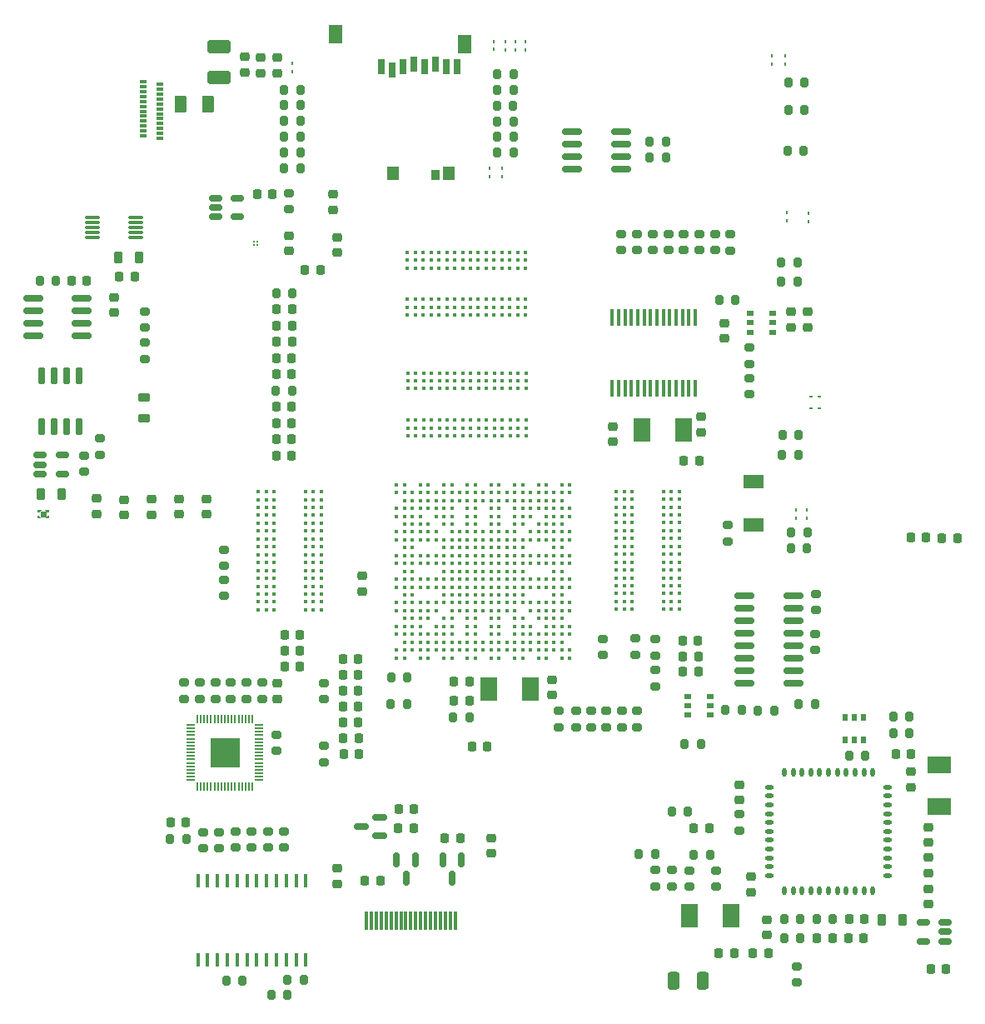
<source format=gtp>
%TF.GenerationSoftware,KiCad,Pcbnew,(6.99.0-1585-g9fcc641808)*%
%TF.CreationDate,2022-04-15T11:00:37+08:00*%
%TF.ProjectId,RaspberryPi,52617370-6265-4727-9279-50692e6b6963,rev?*%
%TF.SameCoordinates,Original*%
%TF.FileFunction,Paste,Top*%
%TF.FilePolarity,Positive*%
%FSLAX46Y46*%
G04 Gerber Fmt 4.6, Leading zero omitted, Abs format (unit mm)*
G04 Created by KiCad (PCBNEW (6.99.0-1585-g9fcc641808)) date 2022-04-15 11:00:37*
%MOMM*%
%LPD*%
G01*
G04 APERTURE LIST*
G04 Aperture macros list*
%AMRoundRect*
0 Rectangle with rounded corners*
0 $1 Rounding radius*
0 $2 $3 $4 $5 $6 $7 $8 $9 X,Y pos of 4 corners*
0 Add a 4 corners polygon primitive as box body*
4,1,4,$2,$3,$4,$5,$6,$7,$8,$9,$2,$3,0*
0 Add four circle primitives for the rounded corners*
1,1,$1+$1,$2,$3*
1,1,$1+$1,$4,$5*
1,1,$1+$1,$6,$7*
1,1,$1+$1,$8,$9*
0 Add four rect primitives between the rounded corners*
20,1,$1+$1,$2,$3,$4,$5,0*
20,1,$1+$1,$4,$5,$6,$7,0*
20,1,$1+$1,$6,$7,$8,$9,0*
20,1,$1+$1,$8,$9,$2,$3,0*%
G04 Aperture macros list end*
%ADD10C,0.010000*%
%ADD11RoundRect,0.200000X0.275000X-0.200000X0.275000X0.200000X-0.275000X0.200000X-0.275000X-0.200000X0*%
%ADD12RoundRect,0.003400X0.416600X0.081600X-0.416600X0.081600X-0.416600X-0.081600X0.416600X-0.081600X0*%
%ADD13RoundRect,0.003400X0.081600X-0.416600X0.081600X0.416600X-0.081600X0.416600X-0.081600X-0.416600X0*%
%ADD14RoundRect,0.200000X0.200000X0.275000X-0.200000X0.275000X-0.200000X-0.275000X0.200000X-0.275000X0*%
%ADD15R,0.250000X0.360000*%
%ADD16C,0.400000*%
%ADD17RoundRect,0.200000X-0.200000X-0.275000X0.200000X-0.275000X0.200000X0.275000X-0.200000X0.275000X0*%
%ADD18RoundRect,0.225000X-0.225000X-0.250000X0.225000X-0.250000X0.225000X0.250000X-0.225000X0.250000X0*%
%ADD19R,1.800000X2.400000*%
%ADD20RoundRect,0.150000X0.825000X0.150000X-0.825000X0.150000X-0.825000X-0.150000X0.825000X-0.150000X0*%
%ADD21RoundRect,0.150000X-0.825000X-0.150000X0.825000X-0.150000X0.825000X0.150000X-0.825000X0.150000X0*%
%ADD22R,0.700000X0.510000*%
%ADD23R,0.510000X0.700000*%
%ADD24R,0.380000X1.350000*%
%ADD25R,0.450000X1.750000*%
%ADD26RoundRect,0.200000X-0.275000X0.200000X-0.275000X-0.200000X0.275000X-0.200000X0.275000X0.200000X0*%
%ADD27RoundRect,0.225000X0.250000X-0.225000X0.250000X0.225000X-0.250000X0.225000X-0.250000X-0.225000X0*%
%ADD28RoundRect,0.225000X0.225000X0.250000X-0.225000X0.250000X-0.225000X-0.250000X0.225000X-0.250000X0*%
%ADD29RoundRect,0.225000X-0.250000X0.225000X-0.250000X-0.225000X0.250000X-0.225000X0.250000X0.225000X0*%
%ADD30R,0.800000X1.500000*%
%ADD31R,1.400000X1.900000*%
%ADD32R,1.300000X1.400000*%
%ADD33R,0.950000X1.000000*%
%ADD34R,2.100000X1.400000*%
%ADD35R,0.360000X0.250000*%
%ADD36RoundRect,0.150000X-0.150000X0.725000X-0.150000X-0.725000X0.150000X-0.725000X0.150000X0.725000X0*%
%ADD37RoundRect,0.250000X0.350000X0.650000X-0.350000X0.650000X-0.350000X-0.650000X0.350000X-0.650000X0*%
%ADD38RoundRect,0.150000X-0.512500X-0.150000X0.512500X-0.150000X0.512500X0.150000X-0.512500X0.150000X0*%
%ADD39RoundRect,0.218750X0.218750X0.381250X-0.218750X0.381250X-0.218750X-0.381250X0.218750X-0.381250X0*%
%ADD40RoundRect,0.150000X-0.150000X0.587500X-0.150000X-0.587500X0.150000X-0.587500X0.150000X0.587500X0*%
%ADD41R,0.700000X0.300000*%
%ADD42RoundRect,0.075000X-0.650000X-0.075000X0.650000X-0.075000X0.650000X0.075000X-0.650000X0.075000X0*%
%ADD43R,0.300000X1.900000*%
%ADD44RoundRect,0.250000X0.925000X-0.412500X0.925000X0.412500X-0.925000X0.412500X-0.925000X-0.412500X0*%
%ADD45RoundRect,0.150000X0.512500X0.150000X-0.512500X0.150000X-0.512500X-0.150000X0.512500X-0.150000X0*%
%ADD46C,0.200000*%
%ADD47RoundRect,0.250000X-0.375000X-0.625000X0.375000X-0.625000X0.375000X0.625000X-0.375000X0.625000X0*%
%ADD48RoundRect,0.218750X-0.218750X-0.381250X0.218750X-0.381250X0.218750X0.381250X-0.218750X0.381250X0*%
%ADD49RoundRect,0.218750X0.381250X-0.218750X0.381250X0.218750X-0.381250X0.218750X-0.381250X-0.218750X0*%
%ADD50O,0.875000X0.500000*%
%ADD51O,0.500000X0.875000*%
%ADD52RoundRect,0.150000X0.587500X0.150000X-0.587500X0.150000X-0.587500X-0.150000X0.587500X-0.150000X0*%
%ADD53R,2.400000X1.800000*%
G04 APERTURE END LIST*
%TO.C,U20*%
G36*
X106570230Y-125400230D02*
G01*
X103753000Y-125400230D01*
X103753000Y-122583000D01*
X106570230Y-122583000D01*
X106570230Y-125400230D01*
G37*
D10*
X106570230Y-125400230D02*
X103753000Y-125400230D01*
X103753000Y-122583000D01*
X106570230Y-122583000D01*
X106570230Y-125400230D01*
%TO.C,U8*%
G36*
X86964984Y-100005000D02*
G01*
X86481800Y-100005000D01*
X86481800Y-99521816D01*
X86964984Y-99521816D01*
X86964984Y-100005000D01*
G37*
X86964984Y-100005000D02*
X86481800Y-100005000D01*
X86481800Y-99521816D01*
X86964984Y-99521816D01*
X86964984Y-100005000D01*
G36*
X87331800Y-100195000D02*
G01*
X86906800Y-100195000D01*
X86906800Y-100165000D01*
X87151800Y-99915000D01*
X87331800Y-99915000D01*
X87331800Y-100195000D01*
G37*
G36*
X87331800Y-99615000D02*
G01*
X87151800Y-99615000D01*
X86906800Y-99365000D01*
X86906800Y-99335000D01*
X87331800Y-99335000D01*
X87331800Y-99615000D01*
G37*
G36*
X86536800Y-100165000D02*
G01*
X86536800Y-100195000D01*
X86111800Y-100195000D01*
X86111800Y-99915000D01*
X86291800Y-99915000D01*
X86536800Y-100165000D01*
G37*
G36*
X86536800Y-99365000D02*
G01*
X86291800Y-99615000D01*
X86111800Y-99615000D01*
X86111800Y-99335000D01*
X86536800Y-99335000D01*
X86536800Y-99365000D01*
G37*
%TD*%
D11*
%TO.C,R70*%
X158510000Y-87605000D03*
X158510000Y-85955000D03*
%TD*%
%TO.C,R71*%
X158521450Y-82868550D03*
X158521450Y-84518550D03*
%TD*%
D12*
%TO.C,U20*%
X108595000Y-126790000D03*
X108595000Y-126440000D03*
X108595000Y-126090000D03*
X108595000Y-125740000D03*
X108595000Y-125390000D03*
X108595000Y-125040000D03*
X108595000Y-124690000D03*
X108595000Y-124340000D03*
X108595000Y-123990000D03*
X108595000Y-123640000D03*
X108595000Y-123290000D03*
X108595000Y-122940000D03*
X108595000Y-122590000D03*
X108595000Y-122240000D03*
X108595000Y-121890000D03*
X108595000Y-121540000D03*
X108595000Y-121190000D03*
X101725000Y-121190000D03*
X101725000Y-121540000D03*
X101725000Y-121890000D03*
X101725000Y-122240000D03*
X101725000Y-122590000D03*
X101725000Y-122940000D03*
X101725000Y-123290000D03*
X101725000Y-123640000D03*
X101725000Y-123990000D03*
X101725000Y-124340000D03*
X101725000Y-124690000D03*
X101725000Y-125040000D03*
X101725000Y-125390000D03*
X101725000Y-125740000D03*
X101725000Y-126090000D03*
X101725000Y-126440000D03*
X101725000Y-126790000D03*
D13*
X102360000Y-127425000D03*
X102710000Y-127425000D03*
X103060000Y-127425000D03*
X103410000Y-127425000D03*
X103760000Y-127425000D03*
X104110000Y-127425000D03*
X104460000Y-127425000D03*
X104810000Y-127425000D03*
X105160000Y-127425000D03*
X105510000Y-127425000D03*
X105860000Y-127425000D03*
X106210000Y-127425000D03*
X106560000Y-127425000D03*
X106910000Y-127425000D03*
X107260000Y-127425000D03*
X107610000Y-127425000D03*
X107960000Y-127425000D03*
X107960000Y-120555000D03*
X107610000Y-120555000D03*
X107260000Y-120555000D03*
X106910000Y-120555000D03*
X106560000Y-120555000D03*
X106210000Y-120555000D03*
X105860000Y-120555000D03*
X105510000Y-120555000D03*
X105160000Y-120555000D03*
X104810000Y-120555000D03*
X104460000Y-120555000D03*
X104110000Y-120555000D03*
X103760000Y-120555000D03*
X103410000Y-120555000D03*
X103060000Y-120555000D03*
X102710000Y-120555000D03*
X102360000Y-120555000D03*
%TD*%
D14*
%TO.C,R60*%
X130025000Y-120455000D03*
X128375000Y-120455000D03*
%TD*%
D15*
%TO.C,D14*%
X162099999Y-53222499D03*
X162099999Y-54062499D03*
%TD*%
D16*
%TO.C,U3*%
X144970000Y-97450000D03*
X145770000Y-97450000D03*
X146570000Y-97450000D03*
X149770000Y-97450000D03*
X150570000Y-97450000D03*
X151370000Y-97450000D03*
X144970000Y-98250000D03*
X145770000Y-98250000D03*
X146570000Y-98250000D03*
X149770000Y-98250000D03*
X150570000Y-98250000D03*
X151370000Y-98250000D03*
X144970000Y-99050000D03*
X145770000Y-99050000D03*
X146570000Y-99050000D03*
X149770000Y-99050000D03*
X150570000Y-99050000D03*
X151370000Y-99050000D03*
X144970000Y-99850000D03*
X145770000Y-99850000D03*
X146570000Y-99850000D03*
X149770000Y-99850000D03*
X150570000Y-99850000D03*
X151370000Y-99850000D03*
X144970000Y-100650000D03*
X145770000Y-100650000D03*
X146570000Y-100650000D03*
X149770000Y-100650000D03*
X150570000Y-100650000D03*
X151370000Y-100650000D03*
X144970000Y-101450000D03*
X145770000Y-101450000D03*
X146570000Y-101450000D03*
X149770000Y-101450000D03*
X150570000Y-101450000D03*
X151370000Y-101450000D03*
X144970000Y-102250000D03*
X145770000Y-102250000D03*
X146570000Y-102250000D03*
X149770000Y-102250000D03*
X150570000Y-102250000D03*
X151370000Y-102250000D03*
X144970000Y-103050000D03*
X145770000Y-103050000D03*
X146570000Y-103050000D03*
X149770000Y-103050000D03*
X150570000Y-103050000D03*
X151370000Y-103050000D03*
X144970000Y-103850000D03*
X145770000Y-103850000D03*
X146570000Y-103850000D03*
X149770000Y-103850000D03*
X150570000Y-103850000D03*
X151370000Y-103850000D03*
X144970000Y-104650000D03*
X145770000Y-104650000D03*
X146570000Y-104650000D03*
X149770000Y-104650000D03*
X150570000Y-104650000D03*
X151370000Y-104650000D03*
X144970000Y-105450000D03*
X145770000Y-105450000D03*
X146570000Y-105450000D03*
X149770000Y-105450000D03*
X150570000Y-105450000D03*
X151370000Y-105450000D03*
X144970000Y-106250000D03*
X145770000Y-106250000D03*
X146570000Y-106250000D03*
X149770000Y-106250000D03*
X150570000Y-106250000D03*
X151370000Y-106250000D03*
X144970000Y-107050000D03*
X145770000Y-107050000D03*
X146570000Y-107050000D03*
X149770000Y-107050000D03*
X150570000Y-107050000D03*
X151370000Y-107050000D03*
X144970000Y-107850000D03*
X145770000Y-107850000D03*
X146570000Y-107850000D03*
X149770000Y-107850000D03*
X150570000Y-107850000D03*
X151370000Y-107850000D03*
X144970000Y-108650000D03*
X145770000Y-108650000D03*
X146570000Y-108650000D03*
X149770000Y-108650000D03*
X150570000Y-108650000D03*
X151370000Y-108650000D03*
X144970000Y-109450000D03*
X145770000Y-109450000D03*
X146570000Y-109450000D03*
X149770000Y-109450000D03*
X150570000Y-109450000D03*
X151370000Y-109450000D03*
%TD*%
D17*
%TO.C,R9*%
X111175000Y-56640000D03*
X112825000Y-56640000D03*
%TD*%
%TO.C,R8*%
X111175000Y-58230000D03*
X112825000Y-58230000D03*
%TD*%
%TO.C,R7*%
X111175000Y-59820000D03*
X112825000Y-59820000D03*
%TD*%
%TO.C,R4*%
X111175000Y-63020000D03*
X112825000Y-63020000D03*
%TD*%
%TO.C,R3*%
X111175000Y-64620000D03*
X112825000Y-64620000D03*
%TD*%
%TO.C,R5*%
X111185000Y-61430000D03*
X112835000Y-61430000D03*
%TD*%
D14*
%TO.C,R57*%
X132855000Y-56640000D03*
X134505000Y-56640000D03*
%TD*%
D11*
%TO.C,R13*%
X157490000Y-131925000D03*
X157490000Y-130275000D03*
%TD*%
%TO.C,R15*%
X150620000Y-137575000D03*
X150620000Y-135925000D03*
%TD*%
%TO.C,R16*%
X148900000Y-137575000D03*
X148900000Y-135925000D03*
%TD*%
D14*
%TO.C,R18*%
X152270000Y-129980000D03*
X150620000Y-129980000D03*
%TD*%
%TO.C,R17*%
X148895000Y-134330000D03*
X147245000Y-134330000D03*
%TD*%
D18*
%TO.C,C21*%
X110425000Y-80610000D03*
X111975000Y-80610000D03*
%TD*%
D19*
%TO.C,Y3*%
X151799999Y-91247499D03*
X147599999Y-91247499D03*
%TD*%
D20*
%TO.C,U31*%
X162945000Y-116915000D03*
X162945000Y-115645000D03*
X162945000Y-114375000D03*
X162945000Y-113105000D03*
X162945000Y-111835000D03*
X162945000Y-110565000D03*
X162945000Y-109295000D03*
X162945000Y-108025000D03*
X157995000Y-108025000D03*
X157995000Y-109295000D03*
X157995000Y-110565000D03*
X157995000Y-111835000D03*
X157995000Y-113105000D03*
X157995000Y-114375000D03*
X157995000Y-115645000D03*
X157995000Y-116915000D03*
%TD*%
D21*
%TO.C,U30*%
X145440000Y-60920000D03*
X145440000Y-62190000D03*
X145440000Y-63460000D03*
X145440000Y-64730000D03*
X140490000Y-64730000D03*
X140490000Y-63460000D03*
X140490000Y-62190000D03*
X140490000Y-60920000D03*
%TD*%
D22*
%TO.C,U28*%
X160899999Y-79379999D03*
X160899999Y-80329999D03*
X160899999Y-81279999D03*
X158579999Y-81279999D03*
X158579999Y-80329999D03*
X158579999Y-79379999D03*
%TD*%
D23*
%TO.C,U27*%
X168229999Y-120419999D03*
X169179999Y-120419999D03*
X170129999Y-120419999D03*
X170129999Y-122739999D03*
X169179999Y-122739999D03*
X168229999Y-122739999D03*
%TD*%
D24*
%TO.C,U25*%
X113409999Y-145039999D03*
X112409999Y-145039999D03*
X111409999Y-145039999D03*
X110409999Y-145039999D03*
X109409999Y-145039999D03*
X108409999Y-145039999D03*
X107409999Y-145039999D03*
X106409999Y-145039999D03*
X105409999Y-145039999D03*
X104409999Y-145039999D03*
X103409999Y-145039999D03*
X102409999Y-145039999D03*
X102409999Y-137039999D03*
X103409999Y-137039999D03*
X104409999Y-137039999D03*
X105409999Y-137039999D03*
X106409999Y-137039999D03*
X107409999Y-137039999D03*
X108409999Y-137039999D03*
X109409999Y-137039999D03*
X110409999Y-137039999D03*
X111409999Y-137039999D03*
X112409999Y-137039999D03*
X113409999Y-137039999D03*
%TD*%
D25*
%TO.C,U21*%
X144554999Y-79809999D03*
X145204999Y-79809999D03*
X145854999Y-79809999D03*
X146504999Y-79809999D03*
X147154999Y-79809999D03*
X147804999Y-79809999D03*
X148454999Y-79809999D03*
X149104999Y-79809999D03*
X149754999Y-79809999D03*
X150404999Y-79809999D03*
X151054999Y-79809999D03*
X151704999Y-79809999D03*
X152354999Y-79809999D03*
X153004999Y-79809999D03*
X153004999Y-87009999D03*
X152354999Y-87009999D03*
X151704999Y-87009999D03*
X151054999Y-87009999D03*
X150404999Y-87009999D03*
X149754999Y-87009999D03*
X149104999Y-87009999D03*
X148454999Y-87009999D03*
X147804999Y-87009999D03*
X147154999Y-87009999D03*
X146504999Y-87009999D03*
X145854999Y-87009999D03*
X145204999Y-87009999D03*
X144554999Y-87009999D03*
%TD*%
D11*
%TO.C,R103*%
X145480000Y-72965000D03*
X145480000Y-71315000D03*
%TD*%
D14*
%TO.C,R102*%
X149995001Y-63559995D03*
X148345000Y-63560000D03*
%TD*%
%TO.C,R101*%
X149999000Y-61880000D03*
X148349000Y-61880000D03*
%TD*%
%TO.C,R100*%
X164375000Y-103250000D03*
X162725000Y-103250000D03*
%TD*%
%TO.C,R99*%
X164115000Y-58720000D03*
X162465000Y-58720000D03*
%TD*%
%TO.C,R98*%
X164385000Y-101660000D03*
X162735000Y-101660000D03*
%TD*%
%TO.C,R97*%
X163385000Y-76170000D03*
X161735000Y-76170000D03*
%TD*%
%TO.C,R96*%
X164115000Y-55950000D03*
X162465000Y-55950000D03*
%TD*%
%TO.C,R95*%
X163375000Y-74170000D03*
X161725000Y-74170000D03*
%TD*%
D17*
%TO.C,R87*%
X155450000Y-77980000D03*
X157100000Y-77980000D03*
%TD*%
%TO.C,R86*%
X168625000Y-124290000D03*
X170275000Y-124290000D03*
%TD*%
D14*
%TO.C,R85*%
X123695000Y-119070000D03*
X122045000Y-119070000D03*
%TD*%
D26*
%TO.C,R84*%
X140890000Y-119775000D03*
X140890000Y-121425000D03*
%TD*%
%TO.C,R83*%
X142440000Y-119790000D03*
X142440000Y-121440000D03*
%TD*%
%TO.C,R82*%
X143970000Y-119790000D03*
X143970000Y-121440000D03*
%TD*%
%TO.C,R81*%
X145540000Y-119780000D03*
X145540000Y-121430000D03*
%TD*%
%TO.C,R80*%
X147080000Y-119780000D03*
X147080000Y-121430000D03*
%TD*%
D11*
%TO.C,R78*%
X115260000Y-118565000D03*
X115260000Y-116915000D03*
%TD*%
D14*
%TO.C,R68*%
X101245000Y-132820000D03*
X99595000Y-132820000D03*
%TD*%
%TO.C,R67*%
X105315000Y-147160000D03*
X106965000Y-147160000D03*
%TD*%
%TO.C,R66*%
X111535000Y-148630000D03*
X109885000Y-148630000D03*
%TD*%
D17*
%TO.C,R65*%
X111545000Y-147090000D03*
X113195000Y-147090000D03*
%TD*%
D18*
%TO.C,R64*%
X122835000Y-129780000D03*
X124385000Y-129780000D03*
%TD*%
D27*
%TO.C,R63*%
X132270000Y-134215000D03*
X132270000Y-132665000D03*
%TD*%
D18*
%TO.C,R62*%
X127545000Y-132730000D03*
X129095000Y-132730000D03*
%TD*%
D14*
%TO.C,R61*%
X153555000Y-123160000D03*
X151905000Y-123160000D03*
%TD*%
%TO.C,R59*%
X134505000Y-59860000D03*
X132855000Y-59860000D03*
%TD*%
%TO.C,R58*%
X134495000Y-58260000D03*
X132845000Y-58260000D03*
%TD*%
%TO.C,R56*%
X134515000Y-62990000D03*
X132865000Y-62990000D03*
%TD*%
%TO.C,R55*%
X134515000Y-55060000D03*
X132865000Y-55060000D03*
%TD*%
%TO.C,R54*%
X163485000Y-93740000D03*
X161835000Y-93740000D03*
%TD*%
%TO.C,R53*%
X163495000Y-91750000D03*
X161845000Y-91750000D03*
%TD*%
%TO.C,R52*%
X132865000Y-61430000D03*
X134515000Y-61430000D03*
%TD*%
D26*
%TO.C,R51*%
X148950000Y-112485000D03*
X148950000Y-114135000D03*
%TD*%
%TO.C,R50*%
X148960000Y-115625000D03*
X148960002Y-117275000D03*
%TD*%
D11*
%TO.C,R49*%
X110430003Y-122165002D03*
X110430000Y-123815000D03*
%TD*%
%TO.C,R48*%
X108940000Y-118545000D03*
X108940000Y-116895000D03*
%TD*%
%TO.C,R47*%
X107370000Y-118545000D03*
X107370000Y-116895000D03*
%TD*%
%TO.C,R46*%
X105790000Y-118545000D03*
X105790000Y-116895000D03*
%TD*%
%TO.C,R45*%
X104200000Y-118555000D03*
X104200000Y-116905000D03*
%TD*%
%TO.C,R44*%
X102590000Y-118555000D03*
X102590000Y-116905000D03*
%TD*%
%TO.C,R43*%
X100980000Y-118525000D03*
X100980000Y-116875000D03*
%TD*%
%TO.C,R42*%
X147100000Y-72965000D03*
X147100000Y-71315000D03*
%TD*%
%TO.C,R41*%
X148680000Y-72965000D03*
X148680000Y-71315000D03*
%TD*%
%TO.C,R40*%
X150270000Y-72955000D03*
X150270000Y-71305000D03*
%TD*%
%TO.C,R39*%
X151840000Y-71315000D03*
X151840000Y-72965000D03*
%TD*%
D26*
%TO.C,R38*%
X153420000Y-71315000D03*
X153420000Y-72965000D03*
%TD*%
%TO.C,R37*%
X155000000Y-71315000D03*
X155000000Y-72965000D03*
%TD*%
%TO.C,R36*%
X111720000Y-67165000D03*
X111720000Y-68815000D03*
%TD*%
D11*
%TO.C,R35*%
X104570000Y-133735000D03*
X104570000Y-132085000D03*
%TD*%
D26*
%TO.C,R34*%
X156590000Y-71345000D03*
X156590000Y-72995000D03*
%TD*%
D11*
%TO.C,R33*%
X111130000Y-133665000D03*
X111130000Y-132015000D03*
%TD*%
%TO.C,R32*%
X109520000Y-133665000D03*
X109520000Y-132015000D03*
%TD*%
%TO.C,R31*%
X107910000Y-133665000D03*
X107910000Y-132015000D03*
%TD*%
%TO.C,R30*%
X102950000Y-133745000D03*
X102950010Y-132095011D03*
%TD*%
%TO.C,R29*%
X106260000Y-133665000D03*
X106260000Y-132015000D03*
%TD*%
D26*
%TO.C,R28*%
X139140000Y-119785000D03*
X139140000Y-121435000D03*
%TD*%
D11*
%TO.C,R27*%
X105060000Y-103375000D03*
X105060000Y-105025000D03*
%TD*%
%TO.C,R26*%
X105060000Y-108105000D03*
X105060000Y-106455000D03*
%TD*%
D18*
%TO.C,R23*%
X153295000Y-114220000D03*
X151745000Y-114220000D03*
%TD*%
D28*
%TO.C,R22*%
X153290000Y-112640000D03*
X151740000Y-112640000D03*
%TD*%
D29*
%TO.C,R14*%
X119130000Y-106055000D03*
X119130000Y-107605000D03*
%TD*%
D11*
%TO.C,R11*%
X146910000Y-112415000D03*
X146909993Y-114064999D03*
%TD*%
D14*
%TO.C,R10*%
X123705000Y-116380000D03*
X122055000Y-116380000D03*
%TD*%
D30*
%TO.C,J3*%
X121074999Y-54269999D03*
X122174999Y-54669999D03*
X123274999Y-54269999D03*
X124374999Y-54069999D03*
X125474999Y-54269999D03*
X126574999Y-54069999D03*
X127674999Y-54269999D03*
D31*
X116414999Y-50979999D03*
D32*
X122264999Y-65129999D03*
D33*
X126574999Y-65329999D03*
D32*
X127964999Y-65129999D03*
D31*
X129564999Y-51979999D03*
D30*
X128774999Y-54269999D03*
%TD*%
D15*
%TO.C,D18*%
X163229999Y-99342499D03*
X163229999Y-100182499D03*
%TD*%
%TO.C,D17*%
X160809999Y-53219999D03*
X160809999Y-54059999D03*
%TD*%
%TO.C,D16*%
X162319999Y-69089999D03*
X162319999Y-69929999D03*
%TD*%
%TO.C,D15*%
X164369999Y-99322499D03*
X164369999Y-100162499D03*
%TD*%
%TO.C,D13*%
X164549999Y-69169999D03*
X164549999Y-70009999D03*
%TD*%
D34*
%TO.C,D12*%
X158899999Y-100829999D03*
X158899999Y-96429999D03*
%TD*%
D15*
%TO.C,D11*%
X132109999Y-65477499D03*
X132109999Y-64637499D03*
%TD*%
%TO.C,D10*%
X133659999Y-51729999D03*
X133659999Y-52569999D03*
%TD*%
%TO.C,D9*%
X135699999Y-51759999D03*
X135699999Y-52599999D03*
%TD*%
%TO.C,D8*%
X134679999Y-51742499D03*
X134679999Y-52582499D03*
%TD*%
D35*
%TO.C,D7*%
X165639999Y-87829999D03*
X164799999Y-87829999D03*
%TD*%
D15*
%TO.C,D6*%
X132529999Y-51722499D03*
X132529999Y-52562499D03*
%TD*%
D35*
%TO.C,D5*%
X165619999Y-89039999D03*
X164779999Y-89039999D03*
%TD*%
D15*
%TO.C,D4*%
X133319999Y-65489999D03*
X133319999Y-64649999D03*
%TD*%
%TO.C,D3*%
X112029999Y-54802499D03*
X112029999Y-53962499D03*
%TD*%
D11*
%TO.C,C85*%
X165260000Y-109505000D03*
X165260000Y-107855000D03*
%TD*%
D14*
%TO.C,C84*%
X161005000Y-119740000D03*
X159355000Y-119740000D03*
%TD*%
D11*
%TO.C,C83*%
X165200000Y-113605000D03*
X165200000Y-111955000D03*
%TD*%
D14*
%TO.C,C81*%
X165155000Y-119080000D03*
X163505000Y-119080000D03*
%TD*%
D27*
%TO.C,C72*%
X162710000Y-80775000D03*
X162710000Y-79225000D03*
%TD*%
D14*
%TO.C,C71*%
X174755000Y-120380000D03*
X173105000Y-120380000D03*
%TD*%
D27*
%TO.C,C70*%
X164410000Y-80765000D03*
X164410000Y-79215000D03*
%TD*%
D17*
%TO.C,C69*%
X162360000Y-62880000D03*
X164010000Y-62880000D03*
%TD*%
D11*
%TO.C,C67*%
X115200000Y-124975000D03*
X115200000Y-123325000D03*
%TD*%
D29*
%TO.C,C64*%
X155930000Y-80365000D03*
X155930000Y-81915000D03*
%TD*%
D14*
%TO.C,C63*%
X174770000Y-122000000D03*
X173120000Y-122000000D03*
%TD*%
D18*
%TO.C,C62*%
X110385000Y-92170000D03*
X111935000Y-92170000D03*
%TD*%
D17*
%TO.C,C61*%
X110365000Y-87200000D03*
X112015000Y-87200000D03*
%TD*%
D18*
%TO.C,C60*%
X99645000Y-131100000D03*
X101195000Y-131100000D03*
%TD*%
D11*
%TO.C,C59*%
X156320000Y-102525000D03*
X156320000Y-100875000D03*
%TD*%
D18*
%TO.C,C58*%
X153395000Y-94340000D03*
X151845000Y-94340000D03*
%TD*%
D29*
%TO.C,C57*%
X144610000Y-90875000D03*
X144610000Y-92425000D03*
%TD*%
D18*
%TO.C,C56*%
X178095000Y-102200000D03*
X179645000Y-102200000D03*
%TD*%
D28*
%TO.C,C55*%
X178475000Y-146030000D03*
X176925000Y-146030000D03*
%TD*%
D14*
%TO.C,C54*%
X157735000Y-119700000D03*
X156085000Y-119700000D03*
%TD*%
D18*
%TO.C,C53*%
X174895000Y-102160000D03*
X176445000Y-102160000D03*
%TD*%
D17*
%TO.C,C52*%
X110375000Y-77360000D03*
X112025000Y-77360000D03*
%TD*%
D11*
%TO.C,C50*%
X143630000Y-114095000D03*
X143630000Y-112445000D03*
%TD*%
D18*
%TO.C,C49*%
X117175000Y-119340000D03*
X118725000Y-119340000D03*
%TD*%
%TO.C,C48*%
X117230000Y-124130000D03*
X118780000Y-124130000D03*
%TD*%
D27*
%TO.C,C46*%
X153550000Y-91445000D03*
X153550000Y-89895000D03*
%TD*%
D18*
%TO.C,C45*%
X110415000Y-90540000D03*
X111965000Y-90540000D03*
%TD*%
%TO.C,C44*%
X110401000Y-85570000D03*
X111951000Y-85570000D03*
%TD*%
%TO.C,C43*%
X110425000Y-82230000D03*
X111975000Y-82230000D03*
%TD*%
%TO.C,C42*%
X110415000Y-88860000D03*
X111965000Y-88860000D03*
%TD*%
%TO.C,C41*%
X117195000Y-120950000D03*
X118745000Y-120950000D03*
%TD*%
D27*
%TO.C,C39*%
X110500000Y-118525000D03*
X110500000Y-116975000D03*
%TD*%
D29*
%TO.C,C38*%
X100520000Y-98205000D03*
X100520000Y-99755000D03*
%TD*%
D18*
%TO.C,C37*%
X111265000Y-112020000D03*
X112815000Y-112020000D03*
%TD*%
%TO.C,C36*%
X117180000Y-116110000D03*
X118730000Y-116110000D03*
%TD*%
%TO.C,C35*%
X110405000Y-83900000D03*
X111955000Y-83900000D03*
%TD*%
D29*
%TO.C,C34*%
X97710000Y-98275000D03*
X97710000Y-99825000D03*
%TD*%
%TO.C,C33*%
X138410000Y-116615000D03*
X138410000Y-118165000D03*
%TD*%
D18*
%TO.C,C31*%
X111245000Y-115270000D03*
X112795000Y-115270000D03*
%TD*%
%TO.C,C30*%
X117185000Y-114520000D03*
X118735000Y-114520000D03*
%TD*%
%TO.C,C29*%
X110425000Y-78980000D03*
X111975000Y-78980000D03*
%TD*%
%TO.C,C28*%
X111245000Y-113660000D03*
X112795000Y-113660000D03*
%TD*%
%TO.C,C26*%
X117165000Y-117720000D03*
X118715000Y-117720000D03*
%TD*%
%TO.C,C25*%
X153295000Y-115800000D03*
X151745000Y-115800000D03*
%TD*%
%TO.C,C19*%
X173365000Y-124180000D03*
X174915000Y-124180000D03*
%TD*%
%TO.C,C18*%
X113315000Y-74970000D03*
X114865000Y-74970000D03*
%TD*%
D27*
%TO.C,C17*%
X116550000Y-73185000D03*
X116550000Y-71635000D03*
%TD*%
%TO.C,C16*%
X111710000Y-73035000D03*
X111710000Y-71485000D03*
%TD*%
D29*
%TO.C,C14*%
X94940000Y-98305000D03*
X94940000Y-99855000D03*
%TD*%
%TO.C,C13*%
X92130000Y-98195000D03*
X92130000Y-99745000D03*
%TD*%
D18*
%TO.C,C12*%
X117220000Y-122530000D03*
X118770000Y-122530000D03*
%TD*%
D28*
%TO.C,C8*%
X130025000Y-116750000D03*
X128475000Y-116750000D03*
%TD*%
D29*
%TO.C,C6*%
X103300000Y-98235000D03*
X103300000Y-99785000D03*
%TD*%
D28*
%TO.C,C5*%
X110025000Y-67220000D03*
X108475000Y-67220000D03*
%TD*%
D18*
%TO.C,C4*%
X110375000Y-93860000D03*
X111925000Y-93860000D03*
%TD*%
D29*
%TO.C,C1*%
X116130000Y-67275000D03*
X116130000Y-68825000D03*
%TD*%
D27*
%TO.C,C40*%
X176725100Y-139386200D03*
X176725100Y-137836200D03*
%TD*%
D36*
%TO.C,Q1*%
X90370000Y-85730000D03*
X89100000Y-85730000D03*
X87830000Y-85730000D03*
X86560000Y-85730000D03*
X86560000Y-90880000D03*
X87830000Y-90880000D03*
X89100000Y-90880000D03*
X90370000Y-90880000D03*
%TD*%
D37*
%TO.C,AE1*%
X153720000Y-147180000D03*
X150820000Y-147180000D03*
%TD*%
D27*
%TO.C,C68*%
X158630000Y-138180000D03*
X158630000Y-136630000D03*
%TD*%
D19*
%TO.C,Y4*%
X152429999Y-140547499D03*
X156629999Y-140547499D03*
%TD*%
D27*
%TO.C,C15*%
X93905000Y-79290000D03*
X93905000Y-77740000D03*
%TD*%
D28*
%TO.C,R69*%
X124345000Y-131650000D03*
X122795000Y-131650000D03*
%TD*%
%TO.C,R72*%
X120975000Y-136990000D03*
X119425000Y-136990000D03*
%TD*%
D27*
%TO.C,C79*%
X160300000Y-142560000D03*
X160300000Y-141010000D03*
%TD*%
D26*
%TO.C,R91*%
X152410000Y-135980000D03*
X152410000Y-137630000D03*
%TD*%
D38*
%TO.C,U9*%
X86347500Y-93795000D03*
X86347500Y-94745000D03*
X86347500Y-95695000D03*
X88622500Y-95695000D03*
X88622500Y-93795000D03*
%TD*%
D16*
%TO.C,U4*%
X108568400Y-97490300D03*
X109368400Y-97490300D03*
X110168400Y-97490300D03*
X113368400Y-97490300D03*
X114168400Y-97490300D03*
X114968400Y-97490300D03*
X108568400Y-98290300D03*
X109368400Y-98290300D03*
X110168400Y-98290300D03*
X113368400Y-98290300D03*
X114168400Y-98290300D03*
X114968400Y-98290300D03*
X108568400Y-99090300D03*
X109368400Y-99090300D03*
X110168400Y-99090300D03*
X113368400Y-99090300D03*
X114168400Y-99090300D03*
X114968400Y-99090300D03*
X108568400Y-99890300D03*
X109368400Y-99890300D03*
X110168400Y-99890300D03*
X113368400Y-99890300D03*
X114168400Y-99890300D03*
X114968400Y-99890300D03*
X108568400Y-100690300D03*
X109368400Y-100690300D03*
X110168400Y-100690300D03*
X113368400Y-100690300D03*
X114168400Y-100690300D03*
X114968400Y-100690300D03*
X108568400Y-101490300D03*
X109368400Y-101490300D03*
X110168400Y-101490300D03*
X113368400Y-101490300D03*
X114168400Y-101490300D03*
X114968400Y-101490300D03*
X108568400Y-102290300D03*
X109368400Y-102290300D03*
X110168400Y-102290300D03*
X113368400Y-102290300D03*
X114168400Y-102290300D03*
X114968400Y-102290300D03*
X108568400Y-103090300D03*
X109368400Y-103090300D03*
X110168400Y-103090300D03*
X113368400Y-103090300D03*
X114168400Y-103090300D03*
X114968400Y-103090300D03*
X108568400Y-103890300D03*
X109368400Y-103890300D03*
X110168400Y-103890300D03*
X113368400Y-103890300D03*
X114168400Y-103890300D03*
X114968400Y-103890300D03*
X108568400Y-104690300D03*
X109368400Y-104690300D03*
X110168400Y-104690300D03*
X113368400Y-104690300D03*
X114168400Y-104690300D03*
X114968400Y-104690300D03*
X108568400Y-105490300D03*
X109368400Y-105490300D03*
X110168400Y-105490300D03*
X113368400Y-105490300D03*
X114168400Y-105490300D03*
X114968400Y-105490300D03*
X108568400Y-106290300D03*
X109368400Y-106290300D03*
X110168400Y-106290300D03*
X113368400Y-106290300D03*
X114168400Y-106290300D03*
X114968400Y-106290300D03*
X108568400Y-107090300D03*
X109368400Y-107090300D03*
X110168400Y-107090300D03*
X113368400Y-107090300D03*
X114168400Y-107090300D03*
X114968400Y-107090300D03*
X108568400Y-107890300D03*
X109368400Y-107890300D03*
X110168400Y-107890300D03*
X113368400Y-107890300D03*
X114168400Y-107890300D03*
X114968400Y-107890300D03*
X108568400Y-108690300D03*
X109368400Y-108690300D03*
X110168400Y-108690300D03*
X113368400Y-108690300D03*
X114168400Y-108690300D03*
X114968400Y-108690300D03*
X108568400Y-109490300D03*
X109368400Y-109490300D03*
X110168400Y-109490300D03*
X113368400Y-109490300D03*
X114168400Y-109490300D03*
X114968400Y-109490300D03*
%TD*%
D39*
%TO.C,L1*%
X88537500Y-97745000D03*
X86412500Y-97745000D03*
%TD*%
D40*
%TO.C,Q3*%
X129220000Y-134912500D03*
X127320000Y-134912500D03*
X128270000Y-136787500D03*
%TD*%
D41*
%TO.C,P1*%
X98524999Y-56084999D03*
X98524999Y-56584999D03*
X98524999Y-57084999D03*
X98524999Y-57584999D03*
X98524999Y-58084999D03*
X98524999Y-58584999D03*
X98524999Y-59084999D03*
X98524999Y-59584999D03*
X98524999Y-60084999D03*
X98524999Y-60584999D03*
X98524999Y-61084999D03*
X98524999Y-61584999D03*
X96824999Y-61334999D03*
X96824999Y-60834999D03*
X96824999Y-60334999D03*
X96824999Y-59834999D03*
X96824999Y-59334999D03*
X96824999Y-58834999D03*
X96824999Y-58334999D03*
X96824999Y-57834999D03*
X96824999Y-57334999D03*
X96824999Y-56834999D03*
X96824999Y-56334999D03*
X96824999Y-55834999D03*
%TD*%
D42*
%TO.C,U12*%
X91675000Y-69645000D03*
X91675000Y-70145000D03*
X91675000Y-70645000D03*
X91675000Y-71145000D03*
X91675000Y-71645000D03*
X96075000Y-71645000D03*
X96075000Y-71145000D03*
X96075000Y-70645000D03*
X96075000Y-70145000D03*
X96075000Y-69645000D03*
%TD*%
D29*
%TO.C,R20*%
X176710000Y-134690000D03*
X176710000Y-136240000D03*
%TD*%
D43*
%TO.C,J8*%
X128569999Y-141059499D03*
X128069999Y-141059499D03*
X127569999Y-141059499D03*
X127069999Y-141059499D03*
X126569999Y-141059499D03*
X126069999Y-141059499D03*
X125569999Y-141059499D03*
X125069999Y-141059499D03*
X124569999Y-141059499D03*
X124069999Y-141059499D03*
X123569999Y-141059499D03*
X123069999Y-141059499D03*
X122569999Y-141059499D03*
X122069999Y-141059499D03*
X121569999Y-141059499D03*
X121069999Y-141059499D03*
X120569999Y-141059499D03*
X120069999Y-141059499D03*
X119569999Y-141059499D03*
%TD*%
D29*
%TO.C,R12*%
X116550000Y-135775000D03*
X116550000Y-137325000D03*
%TD*%
D17*
%TO.C,R89*%
X162040100Y-142901200D03*
X163690100Y-142901200D03*
%TD*%
D44*
%TO.C,C10*%
X104575000Y-55360000D03*
X104575000Y-52285000D03*
%TD*%
D28*
%TO.C,C78*%
X156955000Y-144375000D03*
X155405000Y-144375000D03*
%TD*%
D29*
%TO.C,C7*%
X107195000Y-53320000D03*
X107195000Y-54870000D03*
%TD*%
%TO.C,C66*%
X157510000Y-127255000D03*
X157510000Y-128805000D03*
%TD*%
D18*
%TO.C,C47*%
X128465000Y-118740000D03*
X130015000Y-118740000D03*
%TD*%
D16*
%TO.C,U2*%
X123738400Y-79550300D03*
X123738400Y-78750300D03*
X123738400Y-77950300D03*
X123738400Y-74750300D03*
X123738400Y-73950300D03*
X123738400Y-73150300D03*
X124538400Y-79550300D03*
X124538400Y-78750300D03*
X124538400Y-77950300D03*
X124538400Y-74750300D03*
X124538400Y-73950300D03*
X124538400Y-73150300D03*
X125338400Y-79550300D03*
X125338400Y-78750300D03*
X125338400Y-77950300D03*
X125338400Y-74750300D03*
X125338400Y-73950300D03*
X125338400Y-73150300D03*
X126138400Y-79550300D03*
X126138400Y-78750300D03*
X126138400Y-77950300D03*
X126138400Y-74750300D03*
X126138400Y-73950300D03*
X126138400Y-73150300D03*
X126938400Y-79550300D03*
X126938400Y-78750300D03*
X126938400Y-77950300D03*
X126938400Y-74750300D03*
X126938400Y-73950300D03*
X126938400Y-73150300D03*
X127738400Y-79550300D03*
X127738400Y-78750300D03*
X127738400Y-77950300D03*
X127738400Y-74750300D03*
X127738400Y-73950300D03*
X127738400Y-73150300D03*
X128538400Y-79550300D03*
X128538400Y-78750300D03*
X128538400Y-77950300D03*
X128538400Y-74750300D03*
X128538400Y-73950300D03*
X128538400Y-73150300D03*
X129338400Y-79550300D03*
X129338400Y-78750300D03*
X129338400Y-77950300D03*
X129338400Y-74750300D03*
X129338400Y-73950300D03*
X129338400Y-73150300D03*
X130138400Y-79550300D03*
X130138400Y-78750300D03*
X130138400Y-77950300D03*
X130138400Y-74750300D03*
X130138400Y-73950300D03*
X130138400Y-73150300D03*
X130938400Y-79550300D03*
X130938400Y-78750300D03*
X130938400Y-77950300D03*
X130938400Y-74750300D03*
X130938400Y-73950300D03*
X130938400Y-73150300D03*
X131738400Y-79550300D03*
X131738400Y-78750300D03*
X131738400Y-77950300D03*
X131738400Y-74750300D03*
X131738400Y-73950300D03*
X131738400Y-73150300D03*
X132538400Y-79550300D03*
X132538400Y-78750300D03*
X132538400Y-77950300D03*
X132538400Y-74750300D03*
X132538400Y-73950300D03*
X132538400Y-73150300D03*
X133338400Y-79550300D03*
X133338400Y-78750300D03*
X133338400Y-77950300D03*
X133338400Y-74750300D03*
X133338400Y-73950300D03*
X133338400Y-73150300D03*
X134138400Y-79550300D03*
X134138400Y-78750300D03*
X134138400Y-77950300D03*
X134138400Y-74750300D03*
X134138400Y-73950300D03*
X134138400Y-73150300D03*
X134938400Y-79550300D03*
X134938400Y-78750300D03*
X134938400Y-77950300D03*
X134938400Y-74750300D03*
X134938400Y-73950300D03*
X134938400Y-73150300D03*
X135738400Y-79550300D03*
X135738400Y-78750300D03*
X135738400Y-77950300D03*
X135738400Y-74750300D03*
X135738400Y-73950300D03*
X135738400Y-73150300D03*
%TD*%
D40*
%TO.C,Q2*%
X124530000Y-134872500D03*
X122630000Y-134872500D03*
X123580000Y-136747500D03*
%TD*%
D18*
%TO.C,C32*%
X130265000Y-123405000D03*
X131815000Y-123405000D03*
%TD*%
D45*
%TO.C,U15*%
X178437500Y-143165000D03*
X178437500Y-142215000D03*
X178437500Y-141265000D03*
X176162500Y-141265000D03*
X176162500Y-143165000D03*
%TD*%
D46*
%TO.C,U7*%
X108135000Y-72085000D03*
X108485000Y-72085000D03*
X108135000Y-72435000D03*
X108485000Y-72435000D03*
%TD*%
D47*
%TO.C,F1*%
X100675000Y-58095000D03*
X103475000Y-58095000D03*
%TD*%
D38*
%TO.C,U10*%
X104187500Y-67655000D03*
X104187500Y-68605000D03*
X104187500Y-69555000D03*
X106462500Y-69555000D03*
X106462500Y-67655000D03*
%TD*%
D28*
%TO.C,C22*%
X95980000Y-75615000D03*
X94430000Y-75615000D03*
%TD*%
D48*
%TO.C,L4*%
X171952600Y-141041200D03*
X174077600Y-141041200D03*
%TD*%
D26*
%TO.C,R25*%
X97035000Y-79190000D03*
X97035000Y-80840000D03*
%TD*%
D27*
%TO.C,C3*%
X110515000Y-54950000D03*
X110515000Y-53400000D03*
%TD*%
D17*
%TO.C,R88*%
X152855000Y-134385000D03*
X154505000Y-134385000D03*
%TD*%
D20*
%TO.C,U14*%
X90610000Y-81660000D03*
X90610000Y-80390000D03*
X90610000Y-79120000D03*
X90610000Y-77850000D03*
X85660000Y-77850000D03*
X85660000Y-79120000D03*
X85660000Y-80390000D03*
X85660000Y-81660000D03*
%TD*%
D49*
%TO.C,L3*%
X96985000Y-90037500D03*
X96985000Y-87912500D03*
%TD*%
D18*
%TO.C,C23*%
X89590000Y-76055000D03*
X91140000Y-76055000D03*
%TD*%
D11*
%TO.C,R92*%
X163310000Y-147390000D03*
X163310000Y-145740000D03*
%TD*%
D28*
%TO.C,C76*%
X166930100Y-142901200D03*
X165380100Y-142901200D03*
%TD*%
D16*
%TO.C,U5*%
X123768400Y-91820300D03*
X123768400Y-91020300D03*
X123768400Y-90220300D03*
X123768400Y-87020300D03*
X123768400Y-86220300D03*
X123768400Y-85420300D03*
X124568400Y-91820300D03*
X124568400Y-91020300D03*
X124568400Y-90220300D03*
X124568400Y-87020300D03*
X124568400Y-86220300D03*
X124568400Y-85420300D03*
X125368400Y-91820300D03*
X125368400Y-91020300D03*
X125368400Y-90220300D03*
X125368400Y-87020300D03*
X125368400Y-86220300D03*
X125368400Y-85420300D03*
X126168400Y-91820300D03*
X126168400Y-91020300D03*
X126168400Y-90220300D03*
X126168400Y-87020300D03*
X126168400Y-86220300D03*
X126168400Y-85420300D03*
X126968400Y-91820300D03*
X126968400Y-91020300D03*
X126968400Y-90220300D03*
X126968400Y-87020300D03*
X126968400Y-86220300D03*
X126968400Y-85420300D03*
X127768400Y-91820300D03*
X127768400Y-91020300D03*
X127768400Y-90220300D03*
X127768400Y-87020300D03*
X127768400Y-86220300D03*
X127768400Y-85420300D03*
X128568400Y-91820300D03*
X128568400Y-91020300D03*
X128568400Y-90220300D03*
X128568400Y-87020300D03*
X128568400Y-86220300D03*
X128568400Y-85420300D03*
X129368400Y-91820300D03*
X129368400Y-91020300D03*
X129368400Y-90220300D03*
X129368400Y-87020300D03*
X129368400Y-86220300D03*
X129368400Y-85420300D03*
X130168400Y-91820300D03*
X130168400Y-91020300D03*
X130168400Y-90220300D03*
X130168400Y-87020300D03*
X130168400Y-86220300D03*
X130168400Y-85420300D03*
X130968400Y-91820300D03*
X130968400Y-91020300D03*
X130968400Y-90220300D03*
X130968400Y-87020300D03*
X130968400Y-86220300D03*
X130968400Y-85420300D03*
X131768400Y-91820300D03*
X131768400Y-91020300D03*
X131768400Y-90220300D03*
X131768400Y-87020300D03*
X131768400Y-86220300D03*
X131768400Y-85420300D03*
X132568400Y-91820300D03*
X132568400Y-91020300D03*
X132568400Y-90220300D03*
X132568400Y-87020300D03*
X132568400Y-86220300D03*
X132568400Y-85420300D03*
X133368400Y-91820300D03*
X133368400Y-91020300D03*
X133368400Y-90220300D03*
X133368400Y-87020300D03*
X133368400Y-86220300D03*
X133368400Y-85420300D03*
X134168400Y-91820300D03*
X134168400Y-91020300D03*
X134168400Y-90220300D03*
X134168400Y-87020300D03*
X134168400Y-86220300D03*
X134168400Y-85420300D03*
X134968400Y-91820300D03*
X134968400Y-91020300D03*
X134968400Y-90220300D03*
X134968400Y-87020300D03*
X134968400Y-86220300D03*
X134968400Y-85420300D03*
X135768400Y-91820300D03*
X135768400Y-91020300D03*
X135768400Y-90220300D03*
X135768400Y-87020300D03*
X135768400Y-86220300D03*
X135768400Y-85420300D03*
%TD*%
%TO.C,U1*%
X140238400Y-111980300D03*
X139438400Y-111980300D03*
X138638407Y-111980294D03*
X137838409Y-111980294D03*
X137038400Y-111980300D03*
X136238400Y-111980300D03*
X135438400Y-111980300D03*
X134638400Y-111980300D03*
X133038400Y-111980300D03*
X132238400Y-111980300D03*
X130638400Y-111980300D03*
X129838400Y-111980300D03*
X128238400Y-111980300D03*
X127438400Y-111980300D03*
X126638406Y-111980294D03*
X125838400Y-111980300D03*
X125038409Y-111980294D03*
X124238400Y-111980300D03*
X123438400Y-111980300D03*
X122638400Y-111980300D03*
X140238400Y-111180300D03*
X139438400Y-111180300D03*
X138638400Y-111180300D03*
X137838409Y-111180296D03*
X136238400Y-111180300D03*
X135438400Y-111180300D03*
X134638400Y-111180300D03*
X133038400Y-111180300D03*
X132238400Y-111180300D03*
X130638400Y-111180300D03*
X129838400Y-111180300D03*
X128238400Y-111180300D03*
X127438400Y-111180300D03*
X126638400Y-111180300D03*
X125038400Y-111180300D03*
X124238400Y-111180300D03*
X123438400Y-111180300D03*
X122638400Y-111180300D03*
X139438400Y-110380300D03*
X138638407Y-110380297D03*
X137838409Y-110380297D03*
X137038410Y-110380297D03*
X135438400Y-110380300D03*
X134638400Y-110380300D03*
X133038400Y-110380300D03*
X132238400Y-110380300D03*
X130638400Y-110380300D03*
X129838400Y-110380300D03*
X128238400Y-110380300D03*
X127438400Y-110380300D03*
X125838407Y-110380297D03*
X125038400Y-110380300D03*
X124238400Y-110380300D03*
X123438400Y-110380300D03*
X140238404Y-109580299D03*
X139438400Y-109580300D03*
X138638400Y-109580300D03*
X137838400Y-109580300D03*
X137038410Y-109580299D03*
X136238412Y-109580299D03*
X134638400Y-109580300D03*
X133838400Y-109580300D03*
X133038400Y-109580300D03*
X132238400Y-109580300D03*
X131438400Y-109580300D03*
X130638400Y-109580300D03*
X129838400Y-109580300D03*
X129038400Y-109580300D03*
X128238400Y-109580300D03*
X126638400Y-109580300D03*
X125838407Y-109580299D03*
X125038400Y-109580300D03*
X124238400Y-109580300D03*
X123438400Y-109580300D03*
X122638400Y-109580300D03*
X140238404Y-108780301D03*
X139438405Y-108780301D03*
X138638400Y-108780300D03*
X137838409Y-108780301D03*
X137038410Y-108780301D03*
X136238412Y-108780301D03*
X135438400Y-108780300D03*
X134638400Y-108780300D03*
X133838400Y-108780300D03*
X133038400Y-108780300D03*
X132238400Y-108780300D03*
X131438400Y-108780300D03*
X130638400Y-108780300D03*
X129838400Y-108780300D03*
X129038400Y-108780300D03*
X128238400Y-108780300D03*
X127438404Y-108780301D03*
X126638400Y-108780300D03*
X125838407Y-108780301D03*
X125038409Y-108780301D03*
X124238400Y-108780300D03*
X123438400Y-108780300D03*
X122638400Y-108780300D03*
X139438405Y-107980302D03*
X138638400Y-107980300D03*
X135438388Y-107980302D03*
X134638400Y-107980300D03*
X133838400Y-107980300D03*
X133038400Y-107980300D03*
X132238400Y-107980300D03*
X131438400Y-107980300D03*
X130638400Y-107980300D03*
X129838400Y-107980300D03*
X129038400Y-107980300D03*
X128238400Y-107980300D03*
X127438400Y-107980300D03*
X124238400Y-107980300D03*
X123438400Y-107980300D03*
X140238404Y-107180304D03*
X139438405Y-107180304D03*
X138638400Y-107180300D03*
X137838400Y-107180300D03*
X137038400Y-107180300D03*
X136238412Y-107180304D03*
X135438388Y-107180304D03*
X134638400Y-107180300D03*
X133838400Y-107180300D03*
X133038400Y-107180300D03*
X132238400Y-107180300D03*
X131438400Y-107180300D03*
X130638400Y-107180300D03*
X129838400Y-107180300D03*
X129038400Y-107180300D03*
X128238400Y-107180300D03*
X127438400Y-107180300D03*
X126638400Y-107180300D03*
X125838400Y-107180300D03*
X125038400Y-107180300D03*
X124238400Y-107180300D03*
X123438400Y-107180300D03*
X122638400Y-107180300D03*
X140238400Y-106380300D03*
X139438405Y-106380305D03*
X138638407Y-106380305D03*
X137838400Y-106380300D03*
X137038410Y-106380305D03*
X136238400Y-106380300D03*
X135438400Y-106380300D03*
X134638400Y-106380300D03*
X133838400Y-106380300D03*
X133038400Y-106380300D03*
X132238400Y-106380300D03*
X131438400Y-106380300D03*
X130638400Y-106380300D03*
X129838400Y-106380300D03*
X129038400Y-106380300D03*
X128238400Y-106380300D03*
X127438404Y-106380305D03*
X126638406Y-106380305D03*
X125838407Y-106380305D03*
X125038409Y-106380305D03*
X124238400Y-106380300D03*
X123438400Y-106380300D03*
X122638400Y-106380300D03*
X139438400Y-105580300D03*
X138638400Y-105580300D03*
X135438400Y-105580300D03*
X134638400Y-105580300D03*
X133838400Y-105580300D03*
X133038400Y-105580300D03*
X132238400Y-105580300D03*
X131438400Y-105580300D03*
X130638400Y-105580300D03*
X129838400Y-105580300D03*
X129038400Y-105580300D03*
X128238400Y-105580300D03*
X127438400Y-105580300D03*
X124238400Y-105580300D03*
X123438400Y-105580300D03*
X140238400Y-104780300D03*
X139438400Y-104780300D03*
X138638400Y-104780300D03*
X137838400Y-104780300D03*
X137038400Y-104780300D03*
X136238400Y-104780300D03*
X135438400Y-104780300D03*
X134638400Y-104780300D03*
X133838400Y-104780300D03*
X133038400Y-104780300D03*
X132238400Y-104780300D03*
X131438400Y-104780300D03*
X130638400Y-104780300D03*
X129838400Y-104780300D03*
X129038400Y-104780300D03*
X128238400Y-104780300D03*
X127438400Y-104780300D03*
X126638400Y-104780300D03*
X125838400Y-104780300D03*
X125038400Y-104780300D03*
X124238400Y-104780300D03*
X123438400Y-104780300D03*
X122638400Y-104780300D03*
X140238400Y-103980300D03*
X139438400Y-103980300D03*
X138638400Y-103980300D03*
X137838400Y-103980300D03*
X137038400Y-103980300D03*
X136238400Y-103980300D03*
X135438400Y-103980300D03*
X134638400Y-103980300D03*
X133838400Y-103980300D03*
X133038400Y-103980300D03*
X132238400Y-103980300D03*
X131438400Y-103980300D03*
X130638400Y-103980300D03*
X129838400Y-103980300D03*
X129038400Y-103980300D03*
X128238400Y-103980300D03*
X127438400Y-103980300D03*
X126638400Y-103980300D03*
X125838400Y-103980300D03*
X125038400Y-103980300D03*
X124238400Y-103980300D03*
X123438400Y-103980300D03*
X122638400Y-103980300D03*
X139438400Y-103180300D03*
X138638400Y-103180300D03*
X135438400Y-103180300D03*
X134638400Y-103180300D03*
X133838400Y-103180300D03*
X133038400Y-103180300D03*
X132238400Y-103180300D03*
X131438400Y-103180300D03*
X130638400Y-103180300D03*
X129838400Y-103180300D03*
X129038400Y-103180300D03*
X128238400Y-103180300D03*
X127438400Y-103180300D03*
X124238400Y-103180300D03*
X123438400Y-103180300D03*
X140238400Y-102380300D03*
X139438400Y-102380300D03*
X138638400Y-102380300D03*
X137838400Y-102380300D03*
X137038400Y-102380300D03*
X136238400Y-102380300D03*
X135438400Y-102380300D03*
X134638400Y-102380300D03*
X133838400Y-102380300D03*
X133038400Y-102380300D03*
X132238400Y-102380300D03*
X131438400Y-102380300D03*
X130638400Y-102380300D03*
X129838400Y-102380300D03*
X129038400Y-102380300D03*
X128238400Y-102380300D03*
X127438400Y-102380300D03*
X126638400Y-102380300D03*
X125838400Y-102380300D03*
X125038400Y-102380300D03*
X124238400Y-102380300D03*
X123438400Y-102380300D03*
X122638400Y-102380300D03*
X140238400Y-101580300D03*
X139438400Y-101580300D03*
X138638400Y-101580300D03*
X137838400Y-101580300D03*
X137038400Y-101580300D03*
X136238400Y-101580300D03*
X134638400Y-101580300D03*
X133838400Y-101580300D03*
X133038400Y-101580300D03*
X132238400Y-101580300D03*
X131438400Y-101580300D03*
X130638400Y-101580300D03*
X129838400Y-101580300D03*
X129038400Y-101580300D03*
X128238400Y-101580300D03*
X126638400Y-101580300D03*
X125838400Y-101580300D03*
X125038400Y-101580300D03*
X124238400Y-101580300D03*
X123438400Y-101580300D03*
X122638400Y-101580300D03*
X139438400Y-100780300D03*
X138638400Y-100780300D03*
X137838409Y-100780291D03*
X137038400Y-100780300D03*
X135438400Y-100780300D03*
X134638400Y-100780300D03*
X133038400Y-100780300D03*
X132238400Y-100780300D03*
X130638400Y-100780300D03*
X129838400Y-100780300D03*
X128238400Y-100780300D03*
X127438400Y-100780300D03*
X125838400Y-100780300D03*
X125038400Y-100780300D03*
X124238400Y-100780300D03*
X123438400Y-100780300D03*
X140238400Y-99980300D03*
X139438400Y-99980300D03*
X138638400Y-99980300D03*
X137838409Y-99980293D03*
X136238400Y-99980300D03*
X135438400Y-99980300D03*
X134638400Y-99980300D03*
X133038400Y-99980300D03*
X132238400Y-99980300D03*
X130638400Y-99980300D03*
X129838400Y-99980300D03*
X128238400Y-99980300D03*
X127438400Y-99980300D03*
X126638400Y-99980300D03*
X125038400Y-99980300D03*
X124238400Y-99980300D03*
X123438400Y-99980300D03*
X122638400Y-99980300D03*
X140238400Y-99180300D03*
X139438400Y-99180300D03*
X138638400Y-99180300D03*
X137838400Y-99180300D03*
X137038400Y-99180300D03*
X136238400Y-99180300D03*
X135438400Y-99180300D03*
X134638400Y-99180300D03*
X133038400Y-99180300D03*
X132238400Y-99180300D03*
X130638400Y-99180300D03*
X129838400Y-99180300D03*
X128238400Y-99180300D03*
X127438400Y-99180300D03*
X126638400Y-99180300D03*
X125838400Y-99180300D03*
X125038400Y-99180300D03*
X124238400Y-99180300D03*
X123438400Y-99180300D03*
X122638400Y-99180300D03*
X139438400Y-98380300D03*
X138638400Y-98380300D03*
X137838400Y-98380300D03*
X137038400Y-98380300D03*
X136238400Y-98380300D03*
X135438400Y-98380300D03*
X134638400Y-98380300D03*
X133838400Y-98380300D03*
X133038400Y-98380300D03*
X132238400Y-98380300D03*
X131438400Y-98380300D03*
X130638400Y-98380300D03*
X129838400Y-98380300D03*
X129038400Y-98380300D03*
X128238400Y-98380300D03*
X127438400Y-98380300D03*
X126638400Y-98380300D03*
X125838400Y-98380300D03*
X125038400Y-98380300D03*
X124238400Y-98380300D03*
X123438400Y-98380300D03*
X140238400Y-97580300D03*
X139438400Y-97580300D03*
X138638400Y-97580300D03*
X137838400Y-97580300D03*
X137038400Y-97580300D03*
X136238400Y-97580300D03*
X135438400Y-97580300D03*
X134638400Y-97580300D03*
X133838400Y-97580300D03*
X133038400Y-97580300D03*
X132238400Y-97580300D03*
X131438400Y-97580300D03*
X130638400Y-97580300D03*
X129838400Y-97580300D03*
X129038400Y-97580300D03*
X128238400Y-97580300D03*
X127438400Y-97580300D03*
X126638400Y-97580300D03*
X125838400Y-97580300D03*
X125038400Y-97580300D03*
X124238400Y-97580300D03*
X123438400Y-97580300D03*
X122638400Y-97580300D03*
X140238404Y-114380289D03*
X139438405Y-114380289D03*
X137838400Y-114380300D03*
X137038400Y-114380300D03*
X135438400Y-114380300D03*
X134638400Y-114380300D03*
X133038400Y-114380300D03*
X132238400Y-114380300D03*
X130638398Y-114380289D03*
X129838400Y-114380300D03*
X128238400Y-114380300D03*
X127438400Y-114380300D03*
X125838407Y-114380289D03*
X125038409Y-114380289D03*
X123438412Y-114380289D03*
X122638388Y-114380289D03*
X140238404Y-113580291D03*
X139438405Y-113580291D03*
X138638407Y-113580291D03*
X137838400Y-113580300D03*
X137038400Y-113580300D03*
X136238400Y-113580300D03*
X135438400Y-113580300D03*
X134638400Y-113580300D03*
X133838400Y-113580300D03*
X133038400Y-113580300D03*
X132238400Y-113580300D03*
X131438400Y-113580300D03*
X130638400Y-113580300D03*
X129838400Y-113580300D03*
X129038400Y-113580300D03*
X128238400Y-113580300D03*
X127438400Y-113580300D03*
X126638400Y-113580300D03*
X125838407Y-113580291D03*
X125038409Y-113580291D03*
X124238400Y-113580300D03*
X123438412Y-113580291D03*
X122638388Y-113580291D03*
X139438405Y-112780293D03*
X138638407Y-112780293D03*
X137838409Y-112780293D03*
X137038400Y-112780300D03*
X136238400Y-112780300D03*
X135438400Y-112780300D03*
X134638400Y-112780300D03*
X133838400Y-112780300D03*
X133038400Y-112780300D03*
X132238400Y-112780300D03*
X131438400Y-112780300D03*
X130638400Y-112780300D03*
X129838400Y-112780300D03*
X129038400Y-112780300D03*
X128238400Y-112780300D03*
X127438400Y-112780300D03*
X126638400Y-112780300D03*
X125838400Y-112780300D03*
X125038400Y-112780300D03*
X124238400Y-112780300D03*
X123438400Y-112780300D03*
X140238400Y-96780300D03*
X139438400Y-96780300D03*
X137838400Y-96780300D03*
X137038400Y-96780300D03*
X135438400Y-96780300D03*
X134638400Y-96780300D03*
X133038400Y-96780300D03*
X132238400Y-96780300D03*
X130638400Y-96780300D03*
X129838400Y-96780300D03*
X128238400Y-96780300D03*
X127438400Y-96780300D03*
X125838400Y-96780300D03*
X125038400Y-96780300D03*
X123438400Y-96780300D03*
X122638400Y-96780300D03*
%TD*%
D27*
%TO.C,C11*%
X108835000Y-54950000D03*
X108835000Y-53400000D03*
%TD*%
D28*
%TO.C,C65*%
X154415000Y-131705000D03*
X152865000Y-131705000D03*
%TD*%
D50*
%TO.C,U29*%
X160545099Y-127511199D03*
X160545099Y-128411199D03*
X160545099Y-129311199D03*
X160545099Y-130211199D03*
X160545099Y-131111199D03*
X160545099Y-132011199D03*
X160545099Y-132911199D03*
X160545099Y-133811199D03*
X160545099Y-134711199D03*
X160545099Y-135611199D03*
X160545099Y-136511199D03*
D51*
X162045099Y-138011199D03*
X162945099Y-138011199D03*
X163845099Y-138011199D03*
X164745099Y-138011199D03*
X165645099Y-138011199D03*
X166545099Y-138011199D03*
X167445099Y-138011199D03*
X168345099Y-138011199D03*
X169245099Y-138011199D03*
X170145099Y-138011199D03*
X171045099Y-138011199D03*
D50*
X172545099Y-136511199D03*
X172545099Y-135611199D03*
X172545099Y-134711199D03*
X172545099Y-133811199D03*
X172545099Y-132911199D03*
X172545099Y-132011199D03*
X172545099Y-131111199D03*
X172545099Y-130211199D03*
X172545099Y-129311199D03*
X172545099Y-128411199D03*
X172545099Y-127511199D03*
D51*
X171045099Y-126011199D03*
X170145099Y-126011199D03*
X169245099Y-126011199D03*
X168345099Y-126011199D03*
X167445099Y-126011199D03*
X166545099Y-126011199D03*
X165645099Y-126011199D03*
X164745099Y-126011199D03*
X163845099Y-126011199D03*
X162945099Y-126011199D03*
X162045099Y-126011199D03*
%TD*%
D22*
%TO.C,U24*%
X154539999Y-120189999D03*
X154539999Y-119239999D03*
X154539999Y-118289999D03*
X152219999Y-118289999D03*
X152219999Y-119239999D03*
X152219999Y-120189999D03*
%TD*%
D28*
%TO.C,C75*%
X170190100Y-140941200D03*
X168640100Y-140941200D03*
%TD*%
D26*
%TO.C,R24*%
X97035000Y-82330000D03*
X97035000Y-83980000D03*
%TD*%
%TO.C,R1*%
X90815000Y-93820000D03*
X90815000Y-95470000D03*
%TD*%
D27*
%TO.C,C20*%
X174890000Y-127510000D03*
X174890000Y-125960000D03*
%TD*%
D26*
%TO.C,R2*%
X92445000Y-92070000D03*
X92445000Y-93720000D03*
%TD*%
D19*
%TO.C,Y2*%
X132019999Y-117554999D03*
X136219999Y-117554999D03*
%TD*%
D27*
%TO.C,R19*%
X176720000Y-133150000D03*
X176720000Y-131600000D03*
%TD*%
D18*
%TO.C,C77*%
X158865000Y-144375000D03*
X160415000Y-144375000D03*
%TD*%
D28*
%TO.C,C80*%
X170090100Y-142901200D03*
X168540100Y-142901200D03*
%TD*%
D17*
%TO.C,R93*%
X162030100Y-140941200D03*
X163680100Y-140941200D03*
%TD*%
%TO.C,R21*%
X86340000Y-76025000D03*
X87990000Y-76025000D03*
%TD*%
D52*
%TO.C,Q4*%
X120887500Y-132460000D03*
X120887500Y-130560000D03*
X119012500Y-131510000D03*
%TD*%
D39*
%TO.C,L2*%
X96427500Y-73725000D03*
X94302500Y-73725000D03*
%TD*%
D17*
%TO.C,R94*%
X165340100Y-140931200D03*
X166990100Y-140931200D03*
%TD*%
D53*
%TO.C,Y1*%
X177837499Y-125284999D03*
X177837499Y-129484999D03*
%TD*%
D26*
%TO.C,R90*%
X155140000Y-135980000D03*
X155140000Y-137630000D03*
%TD*%
M02*

</source>
